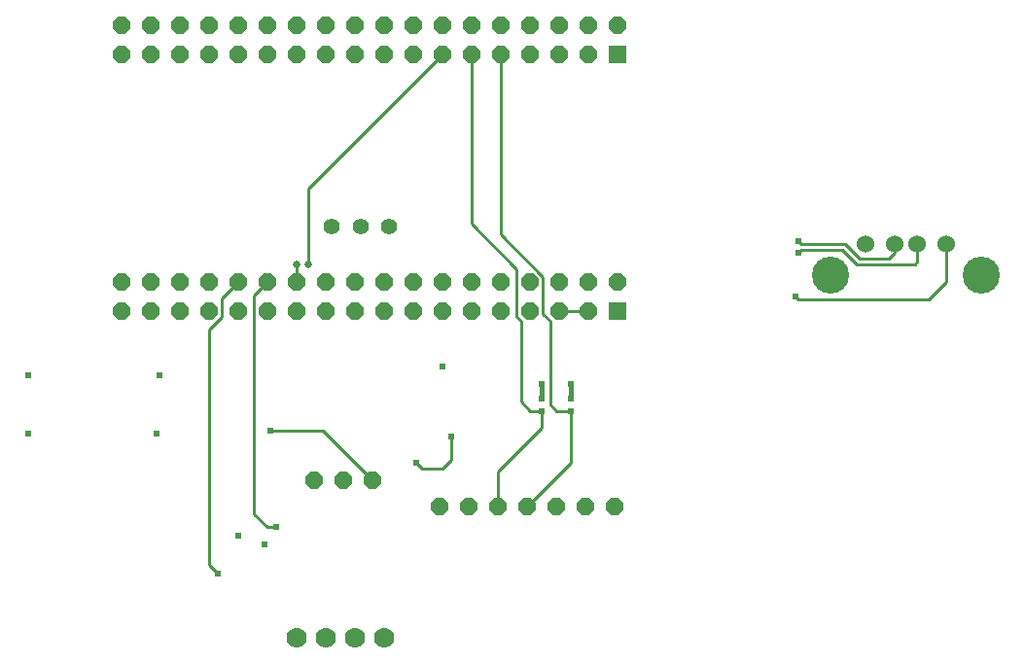
<source format=gbr>
G04 EAGLE Gerber RS-274X export*
G75*
%MOMM*%
%FSLAX34Y34*%
%LPD*%
%INBottom Copper*%
%IPPOS*%
%AMOC8*
5,1,8,0,0,1.08239X$1,22.5*%
G01*
%ADD10R,1.524000X1.524000*%
%ADD11P,1.649562X8X202.500000*%
%ADD12C,1.778000*%
%ADD13P,1.649562X8X22.500000*%
%ADD14R,0.508000X0.609600*%
%ADD15C,1.524000*%
%ADD16C,3.220000*%
%ADD17C,1.400000*%
%ADD18C,0.381000*%
%ADD19C,0.609600*%
%ADD20C,0.254000*%
%ADD21C,0.654800*%


D10*
X535940Y589280D03*
D11*
X510540Y589280D03*
X485140Y589280D03*
X459740Y589280D03*
X434340Y589280D03*
X408940Y589280D03*
X383540Y589280D03*
X358140Y589280D03*
X332740Y589280D03*
X307340Y589280D03*
X281940Y589280D03*
X256540Y589280D03*
X231140Y589280D03*
X205740Y589280D03*
X180340Y589280D03*
X154940Y589280D03*
X129540Y589280D03*
X104140Y589280D03*
D10*
X535940Y812800D03*
D11*
X510540Y812800D03*
X485140Y812800D03*
X459740Y812800D03*
X434340Y812800D03*
X408940Y812800D03*
X383540Y812800D03*
X358140Y812800D03*
X332740Y812800D03*
X307340Y812800D03*
X281940Y812800D03*
X256540Y812800D03*
X231140Y812800D03*
X205740Y812800D03*
X180340Y812800D03*
X154940Y812800D03*
X129540Y812800D03*
X104140Y812800D03*
X510540Y614680D03*
X485140Y614680D03*
X459740Y614680D03*
X434340Y614680D03*
X408940Y614680D03*
X383540Y614680D03*
X358140Y614680D03*
X332740Y614680D03*
X307340Y614680D03*
X281940Y614680D03*
X256540Y614680D03*
X231140Y614680D03*
X205740Y614680D03*
X180340Y614680D03*
X154940Y614680D03*
X129540Y614680D03*
X104140Y614680D03*
X510540Y838200D03*
X485140Y838200D03*
X459740Y838200D03*
X434340Y838200D03*
X408940Y838200D03*
X383540Y838200D03*
X358140Y838200D03*
X332740Y838200D03*
X307340Y838200D03*
X281940Y838200D03*
X256540Y838200D03*
X231140Y838200D03*
X205740Y838200D03*
X180340Y838200D03*
X154940Y838200D03*
X129540Y838200D03*
X104140Y838200D03*
X535940Y614680D03*
X535940Y838200D03*
D12*
X256540Y304800D03*
X281940Y304800D03*
X307340Y304800D03*
X332740Y304800D03*
D13*
X381000Y419100D03*
X406400Y419100D03*
X431800Y419100D03*
X457200Y419100D03*
X482600Y419100D03*
X508000Y419100D03*
X533400Y419100D03*
D14*
X469900Y502412D03*
X469900Y513588D03*
X495300Y502412D03*
X495300Y513588D03*
D15*
X777400Y647700D03*
X797400Y647700D03*
X752400Y647700D03*
X822400Y647700D03*
D16*
X721700Y620600D03*
X853100Y620600D03*
D17*
X287420Y662940D03*
X312420Y662940D03*
X337420Y662940D03*
D13*
X271780Y441960D03*
X297180Y441960D03*
X322580Y441960D03*
D18*
X469900Y513588D02*
X469900Y525780D01*
D19*
X469900Y525780D03*
D18*
X495300Y525780D02*
X495300Y513588D01*
D19*
X495300Y525780D03*
X228600Y386080D03*
X134620Y482600D03*
X205740Y393700D03*
X383540Y541020D03*
X22860Y482600D03*
D20*
X256540Y614680D02*
X256540Y629920D01*
D21*
X256540Y629920D03*
D20*
X266700Y629920D02*
X266700Y695960D01*
D21*
X266700Y629920D03*
D20*
X266700Y695960D02*
X383540Y812800D01*
D19*
X187960Y360680D03*
D20*
X180340Y368300D01*
X180340Y573116D01*
X191770Y584546D01*
X191770Y600710D02*
X205740Y614680D01*
X191770Y600710D02*
X191770Y584546D01*
D19*
X238760Y401320D03*
D20*
X231140Y401320D01*
X219710Y412750D02*
X219710Y603250D01*
X231140Y614680D01*
X219710Y412750D02*
X231140Y401320D01*
D19*
X137160Y533400D03*
X22860Y533400D03*
D20*
X448310Y584546D02*
X452120Y580736D01*
X448310Y626110D02*
X408940Y665480D01*
X448310Y626110D02*
X448310Y584546D01*
X408940Y665480D02*
X408940Y812800D01*
X452120Y580736D02*
X452120Y510540D01*
X460248Y502412D02*
X469900Y502412D01*
X460248Y502412D02*
X452120Y510540D01*
X431800Y449580D02*
X431800Y419100D01*
X431800Y449580D02*
X469900Y487680D01*
X469900Y502412D01*
X477520Y508000D02*
X477520Y580736D01*
X471170Y619415D02*
X434340Y656245D01*
X471170Y619415D02*
X471170Y587086D01*
X477520Y580736D01*
X434340Y656245D02*
X434340Y812800D01*
X495300Y457200D02*
X457200Y419100D01*
X495300Y457200D02*
X495300Y502412D01*
X483108Y502412D02*
X477520Y508000D01*
X483108Y502412D02*
X495300Y502412D01*
D19*
X693420Y650240D03*
D20*
X746760Y635000D02*
X772160Y635000D01*
X777400Y640240D02*
X777400Y647700D01*
X777400Y640240D02*
X772160Y635000D01*
X746760Y635000D02*
X734060Y647700D01*
X695960Y647700D02*
X693420Y650240D01*
X695960Y647700D02*
X734060Y647700D01*
D19*
X693420Y640080D03*
D20*
X731520Y642620D02*
X744220Y629920D01*
X695960Y642620D02*
X693420Y640080D01*
X695960Y642620D02*
X731520Y642620D01*
X797400Y647700D02*
X797400Y632300D01*
X795020Y629920D02*
X744220Y629920D01*
X795020Y629920D02*
X797400Y632300D01*
D19*
X690880Y601980D03*
D20*
X822400Y614680D02*
X822400Y647700D01*
X822400Y614680D02*
X807160Y599440D01*
X693420Y599440D02*
X690880Y601980D01*
X693420Y599440D02*
X807160Y599440D01*
X322580Y441960D02*
X279400Y485140D01*
X233680Y485140D01*
D19*
X233680Y485140D03*
X360680Y457200D03*
D20*
X365760Y452120D01*
X383540Y452120D01*
X391160Y459740D01*
X391160Y480060D01*
D19*
X391160Y480060D03*
D20*
X485140Y589280D02*
X510540Y589280D01*
M02*

</source>
